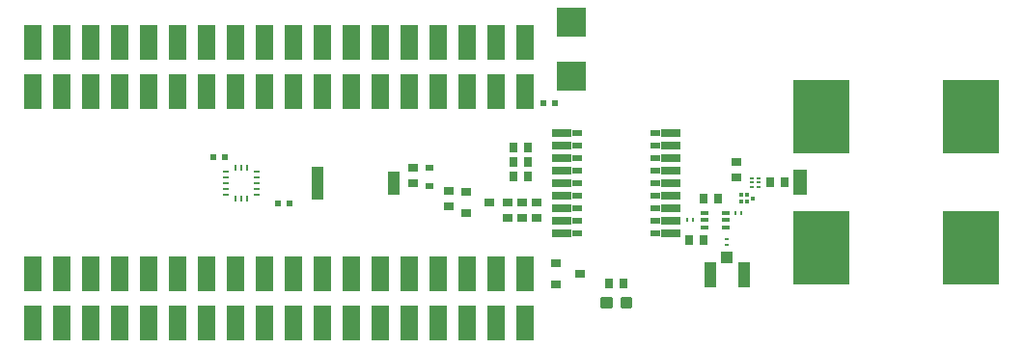
<source format=gtp>
G75*
%MOIN*%
%OFA0B0*%
%FSLAX25Y25*%
%IPPOS*%
%LPD*%
%AMOC8*
5,1,8,0,0,1.08239X$1,22.5*
%
%ADD10R,0.01969X0.00984*%
%ADD11R,0.00984X0.01969*%
%ADD12R,0.01969X0.01969*%
%ADD13R,0.03500X0.03100*%
%ADD14R,0.10000X0.10000*%
%ADD15R,0.06000X0.12000*%
%ADD16C,0.01181*%
%ADD17R,0.02756X0.03543*%
%ADD18R,0.03543X0.02756*%
%ADD19R,0.07087X0.02756*%
%ADD20R,0.07087X0.03150*%
%ADD21R,0.03543X0.02362*%
%ADD22R,0.03543X0.02165*%
%ADD23R,0.03937X0.04134*%
%ADD24R,0.04134X0.08661*%
%ADD25R,0.03150X0.02362*%
%ADD26R,0.04724X0.09055*%
%ADD27R,0.19685X0.25591*%
%ADD28R,0.03937X0.07874*%
%ADD29R,0.04331X0.11811*%
%ADD30R,0.03543X0.03150*%
%ADD31R,0.02953X0.01181*%
%ADD32R,0.01378X0.01673*%
%ADD33R,0.01772X0.00984*%
%ADD34R,0.00984X0.01378*%
%ADD35R,0.01378X0.00984*%
D10*
X0135595Y0125191D03*
X0135595Y0127159D03*
X0135595Y0129128D03*
X0135595Y0131096D03*
X0135595Y0133065D03*
X0146225Y0133065D03*
X0146225Y0131096D03*
X0146225Y0129128D03*
X0146225Y0127159D03*
X0146225Y0125191D03*
D11*
X0142879Y0123813D03*
X0140910Y0123813D03*
X0138942Y0123813D03*
X0138942Y0134443D03*
X0140910Y0134443D03*
X0142879Y0134443D03*
D12*
X0135253Y0137990D03*
X0131253Y0137990D03*
X0153430Y0121962D03*
X0157430Y0121962D03*
X0245245Y0156592D03*
X0249245Y0156592D03*
D13*
X0218422Y0126189D03*
X0226422Y0122389D03*
X0218422Y0118589D03*
D14*
X0254839Y0166173D03*
X0254839Y0184673D03*
D15*
X0068934Y0080628D03*
X0078934Y0080628D03*
X0088934Y0080628D03*
X0098934Y0080628D03*
X0108934Y0080628D03*
X0118934Y0080628D03*
X0128934Y0080628D03*
X0138934Y0080628D03*
X0148934Y0080628D03*
X0158934Y0080628D03*
X0168934Y0080628D03*
X0178934Y0080628D03*
X0188934Y0080628D03*
X0198934Y0080628D03*
X0208934Y0080628D03*
X0218934Y0080628D03*
X0228934Y0080628D03*
X0238934Y0080628D03*
X0238934Y0097628D03*
X0228934Y0097628D03*
X0218934Y0097628D03*
X0208934Y0097628D03*
X0198934Y0097628D03*
X0188934Y0097628D03*
X0178934Y0097628D03*
X0168934Y0097628D03*
X0158934Y0097628D03*
X0148934Y0097628D03*
X0138934Y0097628D03*
X0128934Y0097628D03*
X0118934Y0097628D03*
X0108934Y0097628D03*
X0098934Y0097628D03*
X0088934Y0097628D03*
X0078934Y0097628D03*
X0068934Y0097628D03*
X0068934Y0160628D03*
X0078934Y0160628D03*
X0088934Y0160628D03*
X0098934Y0160628D03*
X0108934Y0160628D03*
X0118934Y0160628D03*
X0128934Y0160628D03*
X0138934Y0160628D03*
X0148934Y0160628D03*
X0158934Y0160628D03*
X0168934Y0160628D03*
X0178934Y0160628D03*
X0188934Y0160628D03*
X0198934Y0160628D03*
X0208934Y0160628D03*
X0218934Y0160628D03*
X0228934Y0160628D03*
X0238934Y0160628D03*
X0238934Y0177628D03*
X0228934Y0177628D03*
X0218934Y0177628D03*
X0208934Y0177628D03*
X0198934Y0177628D03*
X0188934Y0177628D03*
X0178934Y0177628D03*
X0168934Y0177628D03*
X0158934Y0177628D03*
X0148934Y0177628D03*
X0138934Y0177628D03*
X0128934Y0177628D03*
X0118934Y0177628D03*
X0108934Y0177628D03*
X0098934Y0177628D03*
X0088934Y0177628D03*
X0078934Y0177628D03*
X0068934Y0177628D03*
D16*
X0268351Y0089171D02*
X0268351Y0086415D01*
X0265595Y0086415D01*
X0265595Y0089171D01*
X0268351Y0089171D01*
X0268351Y0087595D02*
X0265595Y0087595D01*
X0265595Y0088775D02*
X0268351Y0088775D01*
X0275257Y0089171D02*
X0275257Y0086415D01*
X0272501Y0086415D01*
X0272501Y0089171D01*
X0275257Y0089171D01*
X0275257Y0087595D02*
X0272501Y0087595D01*
X0272501Y0088775D02*
X0275257Y0088775D01*
D17*
X0272977Y0094293D03*
X0267859Y0094293D03*
X0295363Y0109293D03*
X0300481Y0109293D03*
X0300363Y0123793D03*
X0305481Y0123793D03*
X0323363Y0129293D03*
X0328481Y0129293D03*
X0239981Y0131289D03*
X0234863Y0131289D03*
X0234863Y0136297D03*
X0239981Y0136297D03*
X0239981Y0141297D03*
X0234863Y0141297D03*
D18*
X0212422Y0126348D03*
X0212422Y0121230D03*
X0200087Y0129210D03*
X0200087Y0134328D03*
X0232926Y0122352D03*
X0237922Y0122352D03*
X0242926Y0122352D03*
X0242926Y0117234D03*
X0237922Y0117234D03*
X0232926Y0117234D03*
X0311922Y0131234D03*
X0311922Y0136352D03*
D19*
X0289040Y0146557D03*
X0251638Y0146557D03*
X0251638Y0111911D03*
X0289040Y0111911D03*
D20*
X0289040Y0116242D03*
X0289040Y0120573D03*
X0289040Y0124903D03*
X0289040Y0129234D03*
X0289040Y0133565D03*
X0289040Y0137895D03*
X0289040Y0142226D03*
X0251638Y0142226D03*
X0251638Y0137895D03*
X0251638Y0133565D03*
X0251638Y0129234D03*
X0251638Y0124903D03*
X0251638Y0120573D03*
X0251638Y0116242D03*
D21*
X0256953Y0116242D03*
X0256953Y0120376D03*
X0256953Y0124903D03*
X0256953Y0129234D03*
X0256953Y0133565D03*
X0256953Y0137895D03*
X0256953Y0142226D03*
X0283725Y0142226D03*
X0283725Y0137895D03*
X0283725Y0133565D03*
X0283725Y0129234D03*
X0283725Y0124903D03*
X0283725Y0120573D03*
X0283725Y0116242D03*
D22*
X0283725Y0111911D03*
X0256953Y0111911D03*
X0256953Y0146557D03*
X0283725Y0146557D03*
D23*
X0308572Y0103311D03*
D24*
X0314379Y0097297D03*
X0302764Y0097297D03*
D25*
X0205757Y0128120D03*
X0205757Y0134419D03*
D26*
X0333808Y0129403D03*
D27*
X0341288Y0152041D03*
X0392863Y0152041D03*
X0392863Y0106765D03*
X0341288Y0106765D03*
D28*
X0193420Y0129128D03*
D29*
X0167042Y0129128D03*
D30*
X0249481Y0101533D03*
X0257749Y0097793D03*
X0249481Y0094053D03*
D31*
X0300682Y0113734D03*
X0300682Y0116293D03*
X0300682Y0118852D03*
X0308162Y0118852D03*
X0308162Y0116293D03*
X0308162Y0113734D03*
D32*
X0313453Y0122661D03*
X0315422Y0122661D03*
X0315422Y0124925D03*
X0313453Y0124925D03*
X0317390Y0123793D03*
D33*
X0317241Y0127718D03*
X0317241Y0129293D03*
X0317241Y0130868D03*
X0319603Y0130868D03*
X0319603Y0129293D03*
X0319603Y0127718D03*
D34*
X0313406Y0118843D03*
X0311438Y0118843D03*
X0296906Y0116293D03*
X0294938Y0116293D03*
D35*
X0308422Y0109777D03*
X0308422Y0107809D03*
M02*

</source>
